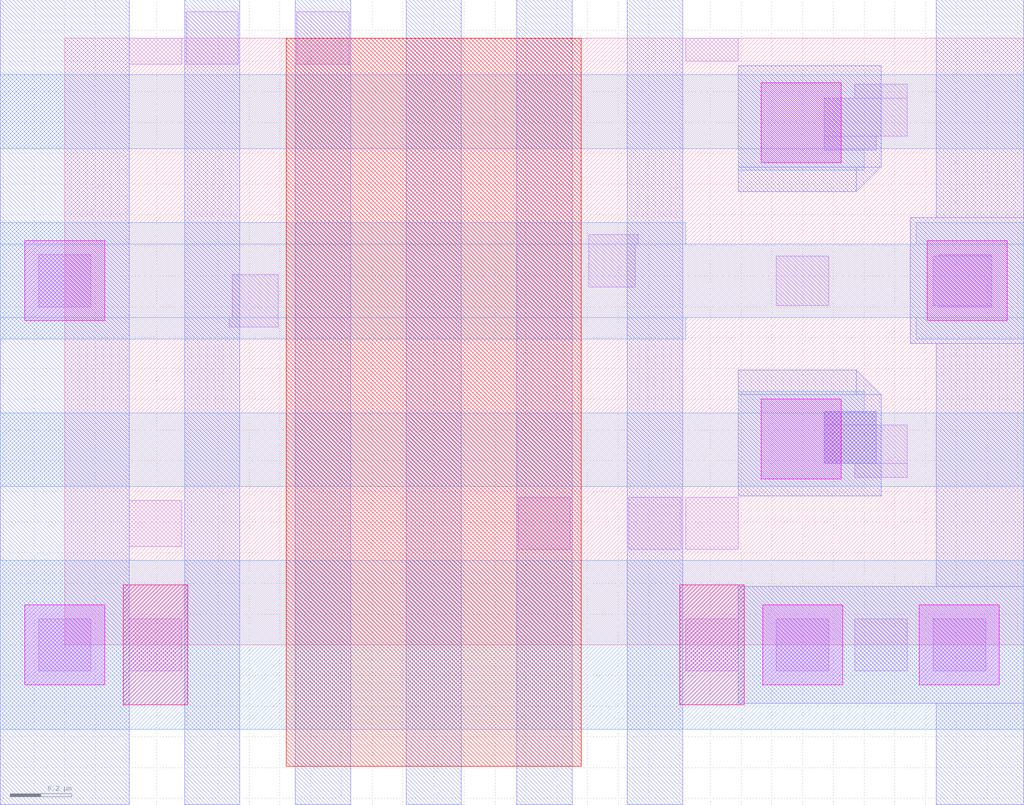
<source format=lef>
# Copyright 2020 The SkyWater PDK Authors
#
# Licensed under the Apache License, Version 2.0 (the "License");
# you may not use this file except in compliance with the License.
# You may obtain a copy of the License at
#
#     https://www.apache.org/licenses/LICENSE-2.0
#
# Unless required by applicable law or agreed to in writing, software
# distributed under the License is distributed on an "AS IS" BASIS,
# WITHOUT WARRANTIES OR CONDITIONS OF ANY KIND, either express or implied.
# See the License for the specific language governing permissions and
# limitations under the License.
#
# SPDX-License-Identifier: Apache-2.0

VERSION 5.7 ;
  NOWIREEXTENSIONATPIN ON ;
  DIVIDERCHAR "/" ;
  BUSBITCHARS "[]" ;
MACRO sky130_fd_bd_sram__openram_cell_1rw_1r_dummy
  CLASS BLOCK ;
  FOREIGN sky130_fd_bd_sram__openram_cell_1rw_1r_dummy ;
  ORIGIN  0.000000  0.000000 ;
  SIZE  3.120000 BY  1.975000 ;
  OBS
    LAYER li1 ;
      RECT -0.085000 -0.085000 0.085000 0.085000 ;
      RECT -0.085000  1.100000 0.085000 1.270000 ;
      RECT  0.210000 -0.085000 0.380000 0.085000 ;
      RECT  0.210000  0.320000 0.380000 0.470000 ;
      RECT  0.210000  1.890000 0.380000 1.975000 ;
      RECT  0.395000  1.890000 0.565000 2.060000 ;
      RECT  0.535000  1.035000 0.695000 1.065000 ;
      RECT  0.545000  1.065000 0.695000 1.205000 ;
      RECT  0.755000  1.890000 0.925000 2.060000 ;
      RECT  1.475000  0.310000 1.645000 0.480000 ;
      RECT  1.705000  1.165000 1.855000 1.305000 ;
      RECT  1.705000  1.305000 1.865000 1.335000 ;
      RECT  1.835000  0.310000 2.005000 0.480000 ;
      RECT  2.020000 -0.085000 2.190000 0.085000 ;
      RECT  2.020000  0.310000 2.190000 0.480000 ;
      RECT  2.020000  1.900000 2.190000 1.975000 ;
      RECT  2.315000 -0.085000 2.485000 0.085000 ;
      RECT  2.315000  1.105000 2.485000 1.265000 ;
      RECT  2.470000  0.590000 2.740000 0.715000 ;
      RECT  2.470000  0.715000 2.640000 0.760000 ;
      RECT  2.470000  1.610000 2.640000 1.655000 ;
      RECT  2.470000  1.655000 2.740000 1.780000 ;
      RECT  2.570000 -0.085000 2.740000 0.085000 ;
      RECT  2.570000  0.545000 2.740000 0.590000 ;
      RECT  2.570000  1.780000 2.740000 1.825000 ;
      RECT  2.825000 -0.085000 2.995000 0.085000 ;
      RECT  2.825000  1.105000 3.015000 1.265000 ;
      RECT  2.845000  1.100000 3.015000 1.105000 ;
      RECT  2.845000  1.265000 3.015000 1.270000 ;
    LAYER mcon ;
      RECT 2.470000 0.590000 2.640000 0.760000 ;
    LAYER met1 ;
      POLYGON  2.575000  0.895000 2.655000  0.815000 2.575000 0.815000 ;
      POLYGON  2.575000  1.555000 2.655000  1.555000 2.575000 1.475000 ;
      RECT -0.210000 -0.520000 0.210000  2.100000 ;
      RECT  0.390000 -0.520000 0.570000  2.100000 ;
      RECT  0.750000 -0.520000 0.930000  2.100000 ;
      RECT  1.110000 -0.520000 1.290000  2.100000 ;
      RECT  1.470000 -0.520000 1.650000  2.100000 ;
      RECT  1.830000 -0.520000 2.010000  2.100000 ;
      RECT  2.190000 -0.190000 3.120000  0.190000 ;
      RECT  2.190000  0.485000 2.655000  0.815000 ;
      RECT  2.190000  0.815000 2.575000  0.895000 ;
      RECT  2.190000  1.475000 2.575000  1.555000 ;
      RECT  2.190000  1.555000 2.655000  1.885000 ;
      RECT  2.750000  0.980000 3.120000  1.390000 ;
      RECT  2.835000 -0.520000 3.120000 -0.190000 ;
      RECT  2.835000  0.190000 3.120000  0.980000 ;
      RECT  2.835000  1.390000 3.120000  2.100000 ;
    LAYER met2 ;
      RECT -0.210000 -0.275000 3.120000 0.275000 ;
      RECT -0.210000  0.515000 3.120000 0.755000 ;
      RECT -0.210000  0.995000 2.020000 1.065000 ;
      RECT -0.210000  1.065000 3.120000 1.305000 ;
      RECT -0.210000  1.305000 2.020000 1.375000 ;
      RECT -0.210000  1.615000 3.120000 1.855000 ;
      RECT  2.190000  0.755000 2.600000 0.825000 ;
      RECT  2.190000  1.545000 2.600000 1.615000 ;
      RECT  2.770000  0.995000 3.120000 1.065000 ;
      RECT  2.770000  1.305000 3.120000 1.375000 ;
    LAYER nwell ;
      RECT 0.720000 -0.395000 1.680000 1.975000 ;
    LAYER pwell ;
      RECT 0.190000 -0.195000 0.400000 0.195000 ;
    LAYER pwell ;
      RECT 2.000000 -0.195000 2.210000 0.195000 ;
    LAYER via ;
      RECT -0.130000 -0.130000 0.130000 0.130000 ;
      RECT -0.130000  1.055000 0.130000 1.315000 ;
      RECT  2.265000  0.540000 2.525000 0.800000 ;
      RECT  2.265000  1.570000 2.525000 1.830000 ;
      RECT  2.270000 -0.130000 2.530000 0.130000 ;
      RECT  2.780000 -0.130000 3.040000 0.130000 ;
      RECT  2.805000  1.055000 3.065000 1.315000 ;
  END
END sky130_fd_bd_sram__openram_cell_1rw_1r_dummy
END LIBRARY

</source>
